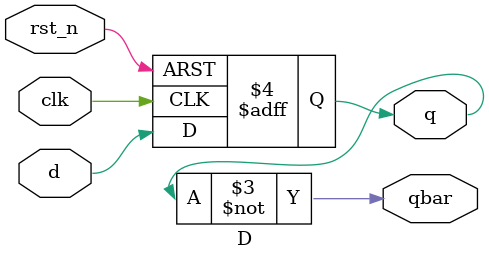
<source format=v>
module D(
    input d, rst_n, clk, 
    output reg q, 
    output wire qbar
    );

    always @(posedge clk or negedge rst_n) begin
        if(!rst_n)
            q <= 1'b0;
        else 
            q <= d;
    end

    assign qbar = ~q;
endmodule
</source>
